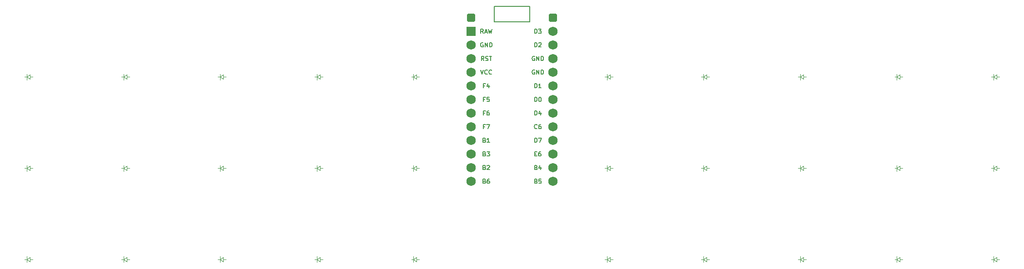
<source format=gbr>
%TF.GenerationSoftware,KiCad,Pcbnew,(6.0.4)*%
%TF.CreationDate,2022-07-31T16:16:28-04:00*%
%TF.ProjectId,satpad,73617470-6164-42e6-9b69-6361645f7063,v1.0.0*%
%TF.SameCoordinates,Original*%
%TF.FileFunction,Legend,Top*%
%TF.FilePolarity,Positive*%
%FSLAX46Y46*%
G04 Gerber Fmt 4.6, Leading zero omitted, Abs format (unit mm)*
G04 Created by KiCad (PCBNEW (6.0.4)) date 2022-07-31 16:16:28*
%MOMM*%
%LPD*%
G01*
G04 APERTURE LIST*
G04 Aperture macros list*
%AMRoundRect*
0 Rectangle with rounded corners*
0 $1 Rounding radius*
0 $2 $3 $4 $5 $6 $7 $8 $9 X,Y pos of 4 corners*
0 Add a 4 corners polygon primitive as box body*
4,1,4,$2,$3,$4,$5,$6,$7,$8,$9,$2,$3,0*
0 Add four circle primitives for the rounded corners*
1,1,$1+$1,$2,$3*
1,1,$1+$1,$4,$5*
1,1,$1+$1,$6,$7*
1,1,$1+$1,$8,$9*
0 Add four rect primitives between the rounded corners*
20,1,$1+$1,$2,$3,$4,$5,0*
20,1,$1+$1,$4,$5,$6,$7,0*
20,1,$1+$1,$6,$7,$8,$9,0*
20,1,$1+$1,$8,$9,$2,$3,0*%
G04 Aperture macros list end*
%ADD10C,0.150000*%
%ADD11C,0.100000*%
%ADD12R,1.752600X1.752600*%
%ADD13C,1.752600*%
%ADD14RoundRect,0.400000X-0.400000X-0.400000X0.400000X-0.400000X0.400000X0.400000X-0.400000X0.400000X0*%
G04 APERTURE END LIST*
D10*
%TO.C,*%
%TO.C,MCU1*%
X84647619Y37608095D02*
X84380952Y37989047D01*
X84190476Y37608095D02*
X84190476Y38408095D01*
X84495238Y38408095D01*
X84571428Y38370000D01*
X84609523Y38331904D01*
X84647619Y38255714D01*
X84647619Y38141428D01*
X84609523Y38065238D01*
X84571428Y38027142D01*
X84495238Y37989047D01*
X84190476Y37989047D01*
X84952380Y37836666D02*
X85333333Y37836666D01*
X84876190Y37608095D02*
X85142857Y38408095D01*
X85409523Y37608095D01*
X85600000Y38408095D02*
X85790476Y37608095D01*
X85942857Y38179523D01*
X86095238Y37608095D01*
X86285714Y38408095D01*
X84590476Y35830000D02*
X84514285Y35868095D01*
X84400000Y35868095D01*
X84285714Y35830000D01*
X84209523Y35753809D01*
X84171428Y35677619D01*
X84133333Y35525238D01*
X84133333Y35410952D01*
X84171428Y35258571D01*
X84209523Y35182380D01*
X84285714Y35106190D01*
X84400000Y35068095D01*
X84476190Y35068095D01*
X84590476Y35106190D01*
X84628571Y35144285D01*
X84628571Y35410952D01*
X84476190Y35410952D01*
X84971428Y35068095D02*
X84971428Y35868095D01*
X85428571Y35068095D01*
X85428571Y35868095D01*
X85809523Y35068095D02*
X85809523Y35868095D01*
X86000000Y35868095D01*
X86114285Y35830000D01*
X86190476Y35753809D01*
X86228571Y35677619D01*
X86266666Y35525238D01*
X86266666Y35410952D01*
X86228571Y35258571D01*
X86190476Y35182380D01*
X86114285Y35106190D01*
X86000000Y35068095D01*
X85809523Y35068095D01*
X84761904Y32528095D02*
X84495238Y32909047D01*
X84304761Y32528095D02*
X84304761Y33328095D01*
X84609523Y33328095D01*
X84685714Y33290000D01*
X84723809Y33251904D01*
X84761904Y33175714D01*
X84761904Y33061428D01*
X84723809Y32985238D01*
X84685714Y32947142D01*
X84609523Y32909047D01*
X84304761Y32909047D01*
X85066666Y32566190D02*
X85180952Y32528095D01*
X85371428Y32528095D01*
X85447619Y32566190D01*
X85485714Y32604285D01*
X85523809Y32680476D01*
X85523809Y32756666D01*
X85485714Y32832857D01*
X85447619Y32870952D01*
X85371428Y32909047D01*
X85219047Y32947142D01*
X85142857Y32985238D01*
X85104761Y33023333D01*
X85066666Y33099523D01*
X85066666Y33175714D01*
X85104761Y33251904D01*
X85142857Y33290000D01*
X85219047Y33328095D01*
X85409523Y33328095D01*
X85523809Y33290000D01*
X85752380Y33328095D02*
X86209523Y33328095D01*
X85980952Y32528095D02*
X85980952Y33328095D01*
X84133333Y30788095D02*
X84400000Y29988095D01*
X84666666Y30788095D01*
X85390476Y30064285D02*
X85352380Y30026190D01*
X85238095Y29988095D01*
X85161904Y29988095D01*
X85047619Y30026190D01*
X84971428Y30102380D01*
X84933333Y30178571D01*
X84895238Y30330952D01*
X84895238Y30445238D01*
X84933333Y30597619D01*
X84971428Y30673809D01*
X85047619Y30750000D01*
X85161904Y30788095D01*
X85238095Y30788095D01*
X85352380Y30750000D01*
X85390476Y30711904D01*
X86190476Y30064285D02*
X86152380Y30026190D01*
X86038095Y29988095D01*
X85961904Y29988095D01*
X85847619Y30026190D01*
X85771428Y30102380D01*
X85733333Y30178571D01*
X85695238Y30330952D01*
X85695238Y30445238D01*
X85733333Y30597619D01*
X85771428Y30673809D01*
X85847619Y30750000D01*
X85961904Y30788095D01*
X86038095Y30788095D01*
X86152380Y30750000D01*
X86190476Y30711904D01*
X84933333Y27867142D02*
X84666666Y27867142D01*
X84666666Y27448095D02*
X84666666Y28248095D01*
X85047619Y28248095D01*
X85695238Y27981428D02*
X85695238Y27448095D01*
X85504761Y28286190D02*
X85314285Y27714761D01*
X85809523Y27714761D01*
X84933333Y25327142D02*
X84666666Y25327142D01*
X84666666Y24908095D02*
X84666666Y25708095D01*
X85047619Y25708095D01*
X85733333Y25708095D02*
X85352380Y25708095D01*
X85314285Y25327142D01*
X85352380Y25365238D01*
X85428571Y25403333D01*
X85619047Y25403333D01*
X85695238Y25365238D01*
X85733333Y25327142D01*
X85771428Y25250952D01*
X85771428Y25060476D01*
X85733333Y24984285D01*
X85695238Y24946190D01*
X85619047Y24908095D01*
X85428571Y24908095D01*
X85352380Y24946190D01*
X85314285Y24984285D01*
X84933333Y22787142D02*
X84666666Y22787142D01*
X84666666Y22368095D02*
X84666666Y23168095D01*
X85047619Y23168095D01*
X85695238Y23168095D02*
X85542857Y23168095D01*
X85466666Y23130000D01*
X85428571Y23091904D01*
X85352380Y22977619D01*
X85314285Y22825238D01*
X85314285Y22520476D01*
X85352380Y22444285D01*
X85390476Y22406190D01*
X85466666Y22368095D01*
X85619047Y22368095D01*
X85695238Y22406190D01*
X85733333Y22444285D01*
X85771428Y22520476D01*
X85771428Y22710952D01*
X85733333Y22787142D01*
X85695238Y22825238D01*
X85619047Y22863333D01*
X85466666Y22863333D01*
X85390476Y22825238D01*
X85352380Y22787142D01*
X85314285Y22710952D01*
X84933333Y20247142D02*
X84666666Y20247142D01*
X84666666Y19828095D02*
X84666666Y20628095D01*
X85047619Y20628095D01*
X85276190Y20628095D02*
X85809523Y20628095D01*
X85466666Y19828095D01*
X84876190Y17707142D02*
X84990476Y17669047D01*
X85028571Y17630952D01*
X85066666Y17554761D01*
X85066666Y17440476D01*
X85028571Y17364285D01*
X84990476Y17326190D01*
X84914285Y17288095D01*
X84609523Y17288095D01*
X84609523Y18088095D01*
X84876190Y18088095D01*
X84952380Y18050000D01*
X84990476Y18011904D01*
X85028571Y17935714D01*
X85028571Y17859523D01*
X84990476Y17783333D01*
X84952380Y17745238D01*
X84876190Y17707142D01*
X84609523Y17707142D01*
X85828571Y17288095D02*
X85371428Y17288095D01*
X85600000Y17288095D02*
X85600000Y18088095D01*
X85523809Y17973809D01*
X85447619Y17897619D01*
X85371428Y17859523D01*
X84876190Y15167142D02*
X84990476Y15129047D01*
X85028571Y15090952D01*
X85066666Y15014761D01*
X85066666Y14900476D01*
X85028571Y14824285D01*
X84990476Y14786190D01*
X84914285Y14748095D01*
X84609523Y14748095D01*
X84609523Y15548095D01*
X84876190Y15548095D01*
X84952380Y15510000D01*
X84990476Y15471904D01*
X85028571Y15395714D01*
X85028571Y15319523D01*
X84990476Y15243333D01*
X84952380Y15205238D01*
X84876190Y15167142D01*
X84609523Y15167142D01*
X85333333Y15548095D02*
X85828571Y15548095D01*
X85561904Y15243333D01*
X85676190Y15243333D01*
X85752380Y15205238D01*
X85790476Y15167142D01*
X85828571Y15090952D01*
X85828571Y14900476D01*
X85790476Y14824285D01*
X85752380Y14786190D01*
X85676190Y14748095D01*
X85447619Y14748095D01*
X85371428Y14786190D01*
X85333333Y14824285D01*
X84876190Y12627142D02*
X84990476Y12589047D01*
X85028571Y12550952D01*
X85066666Y12474761D01*
X85066666Y12360476D01*
X85028571Y12284285D01*
X84990476Y12246190D01*
X84914285Y12208095D01*
X84609523Y12208095D01*
X84609523Y13008095D01*
X84876190Y13008095D01*
X84952380Y12970000D01*
X84990476Y12931904D01*
X85028571Y12855714D01*
X85028571Y12779523D01*
X84990476Y12703333D01*
X84952380Y12665238D01*
X84876190Y12627142D01*
X84609523Y12627142D01*
X85371428Y12931904D02*
X85409523Y12970000D01*
X85485714Y13008095D01*
X85676190Y13008095D01*
X85752380Y12970000D01*
X85790476Y12931904D01*
X85828571Y12855714D01*
X85828571Y12779523D01*
X85790476Y12665238D01*
X85333333Y12208095D01*
X85828571Y12208095D01*
X84876190Y10087142D02*
X84990476Y10049047D01*
X85028571Y10010952D01*
X85066666Y9934761D01*
X85066666Y9820476D01*
X85028571Y9744285D01*
X84990476Y9706190D01*
X84914285Y9668095D01*
X84609523Y9668095D01*
X84609523Y10468095D01*
X84876190Y10468095D01*
X84952380Y10430000D01*
X84990476Y10391904D01*
X85028571Y10315714D01*
X85028571Y10239523D01*
X84990476Y10163333D01*
X84952380Y10125238D01*
X84876190Y10087142D01*
X84609523Y10087142D01*
X85752380Y10468095D02*
X85600000Y10468095D01*
X85523809Y10430000D01*
X85485714Y10391904D01*
X85409523Y10277619D01*
X85371428Y10125238D01*
X85371428Y9820476D01*
X85409523Y9744285D01*
X85447619Y9706190D01*
X85523809Y9668095D01*
X85676190Y9668095D01*
X85752380Y9706190D01*
X85790476Y9744285D01*
X85828571Y9820476D01*
X85828571Y10010952D01*
X85790476Y10087142D01*
X85752380Y10125238D01*
X85676190Y10163333D01*
X85523809Y10163333D01*
X85447619Y10125238D01*
X85409523Y10087142D01*
X85371428Y10010952D01*
X94209523Y37608095D02*
X94209523Y38408095D01*
X94400000Y38408095D01*
X94514285Y38370000D01*
X94590476Y38293809D01*
X94628571Y38217619D01*
X94666666Y38065238D01*
X94666666Y37950952D01*
X94628571Y37798571D01*
X94590476Y37722380D01*
X94514285Y37646190D01*
X94400000Y37608095D01*
X94209523Y37608095D01*
X94933333Y38408095D02*
X95428571Y38408095D01*
X95161904Y38103333D01*
X95276190Y38103333D01*
X95352380Y38065238D01*
X95390476Y38027142D01*
X95428571Y37950952D01*
X95428571Y37760476D01*
X95390476Y37684285D01*
X95352380Y37646190D01*
X95276190Y37608095D01*
X95047619Y37608095D01*
X94971428Y37646190D01*
X94933333Y37684285D01*
X94209523Y35068095D02*
X94209523Y35868095D01*
X94400000Y35868095D01*
X94514285Y35830000D01*
X94590476Y35753809D01*
X94628571Y35677619D01*
X94666666Y35525238D01*
X94666666Y35410952D01*
X94628571Y35258571D01*
X94590476Y35182380D01*
X94514285Y35106190D01*
X94400000Y35068095D01*
X94209523Y35068095D01*
X94971428Y35791904D02*
X95009523Y35830000D01*
X95085714Y35868095D01*
X95276190Y35868095D01*
X95352380Y35830000D01*
X95390476Y35791904D01*
X95428571Y35715714D01*
X95428571Y35639523D01*
X95390476Y35525238D01*
X94933333Y35068095D01*
X95428571Y35068095D01*
X94190476Y33290000D02*
X94114285Y33328095D01*
X94000000Y33328095D01*
X93885714Y33290000D01*
X93809523Y33213809D01*
X93771428Y33137619D01*
X93733333Y32985238D01*
X93733333Y32870952D01*
X93771428Y32718571D01*
X93809523Y32642380D01*
X93885714Y32566190D01*
X94000000Y32528095D01*
X94076190Y32528095D01*
X94190476Y32566190D01*
X94228571Y32604285D01*
X94228571Y32870952D01*
X94076190Y32870952D01*
X94571428Y32528095D02*
X94571428Y33328095D01*
X95028571Y32528095D01*
X95028571Y33328095D01*
X95409523Y32528095D02*
X95409523Y33328095D01*
X95600000Y33328095D01*
X95714285Y33290000D01*
X95790476Y33213809D01*
X95828571Y33137619D01*
X95866666Y32985238D01*
X95866666Y32870952D01*
X95828571Y32718571D01*
X95790476Y32642380D01*
X95714285Y32566190D01*
X95600000Y32528095D01*
X95409523Y32528095D01*
X94190476Y30750000D02*
X94114285Y30788095D01*
X94000000Y30788095D01*
X93885714Y30750000D01*
X93809523Y30673809D01*
X93771428Y30597619D01*
X93733333Y30445238D01*
X93733333Y30330952D01*
X93771428Y30178571D01*
X93809523Y30102380D01*
X93885714Y30026190D01*
X94000000Y29988095D01*
X94076190Y29988095D01*
X94190476Y30026190D01*
X94228571Y30064285D01*
X94228571Y30330952D01*
X94076190Y30330952D01*
X94571428Y29988095D02*
X94571428Y30788095D01*
X95028571Y29988095D01*
X95028571Y30788095D01*
X95409523Y29988095D02*
X95409523Y30788095D01*
X95600000Y30788095D01*
X95714285Y30750000D01*
X95790476Y30673809D01*
X95828571Y30597619D01*
X95866666Y30445238D01*
X95866666Y30330952D01*
X95828571Y30178571D01*
X95790476Y30102380D01*
X95714285Y30026190D01*
X95600000Y29988095D01*
X95409523Y29988095D01*
X94209523Y27448095D02*
X94209523Y28248095D01*
X94400000Y28248095D01*
X94514285Y28210000D01*
X94590476Y28133809D01*
X94628571Y28057619D01*
X94666666Y27905238D01*
X94666666Y27790952D01*
X94628571Y27638571D01*
X94590476Y27562380D01*
X94514285Y27486190D01*
X94400000Y27448095D01*
X94209523Y27448095D01*
X95428571Y27448095D02*
X94971428Y27448095D01*
X95200000Y27448095D02*
X95200000Y28248095D01*
X95123809Y28133809D01*
X95047619Y28057619D01*
X94971428Y28019523D01*
X94209523Y24908095D02*
X94209523Y25708095D01*
X94400000Y25708095D01*
X94514285Y25670000D01*
X94590476Y25593809D01*
X94628571Y25517619D01*
X94666666Y25365238D01*
X94666666Y25250952D01*
X94628571Y25098571D01*
X94590476Y25022380D01*
X94514285Y24946190D01*
X94400000Y24908095D01*
X94209523Y24908095D01*
X95161904Y25708095D02*
X95238095Y25708095D01*
X95314285Y25670000D01*
X95352380Y25631904D01*
X95390476Y25555714D01*
X95428571Y25403333D01*
X95428571Y25212857D01*
X95390476Y25060476D01*
X95352380Y24984285D01*
X95314285Y24946190D01*
X95238095Y24908095D01*
X95161904Y24908095D01*
X95085714Y24946190D01*
X95047619Y24984285D01*
X95009523Y25060476D01*
X94971428Y25212857D01*
X94971428Y25403333D01*
X95009523Y25555714D01*
X95047619Y25631904D01*
X95085714Y25670000D01*
X95161904Y25708095D01*
X94209523Y22368095D02*
X94209523Y23168095D01*
X94400000Y23168095D01*
X94514285Y23130000D01*
X94590476Y23053809D01*
X94628571Y22977619D01*
X94666666Y22825238D01*
X94666666Y22710952D01*
X94628571Y22558571D01*
X94590476Y22482380D01*
X94514285Y22406190D01*
X94400000Y22368095D01*
X94209523Y22368095D01*
X95352380Y22901428D02*
X95352380Y22368095D01*
X95161904Y23206190D02*
X94971428Y22634761D01*
X95466666Y22634761D01*
X94666666Y19904285D02*
X94628571Y19866190D01*
X94514285Y19828095D01*
X94438095Y19828095D01*
X94323809Y19866190D01*
X94247619Y19942380D01*
X94209523Y20018571D01*
X94171428Y20170952D01*
X94171428Y20285238D01*
X94209523Y20437619D01*
X94247619Y20513809D01*
X94323809Y20590000D01*
X94438095Y20628095D01*
X94514285Y20628095D01*
X94628571Y20590000D01*
X94666666Y20551904D01*
X95352380Y20628095D02*
X95200000Y20628095D01*
X95123809Y20590000D01*
X95085714Y20551904D01*
X95009523Y20437619D01*
X94971428Y20285238D01*
X94971428Y19980476D01*
X95009523Y19904285D01*
X95047619Y19866190D01*
X95123809Y19828095D01*
X95276190Y19828095D01*
X95352380Y19866190D01*
X95390476Y19904285D01*
X95428571Y19980476D01*
X95428571Y20170952D01*
X95390476Y20247142D01*
X95352380Y20285238D01*
X95276190Y20323333D01*
X95123809Y20323333D01*
X95047619Y20285238D01*
X95009523Y20247142D01*
X94971428Y20170952D01*
X94209523Y17288095D02*
X94209523Y18088095D01*
X94400000Y18088095D01*
X94514285Y18050000D01*
X94590476Y17973809D01*
X94628571Y17897619D01*
X94666666Y17745238D01*
X94666666Y17630952D01*
X94628571Y17478571D01*
X94590476Y17402380D01*
X94514285Y17326190D01*
X94400000Y17288095D01*
X94209523Y17288095D01*
X94933333Y18088095D02*
X95466666Y18088095D01*
X95123809Y17288095D01*
X94247619Y15167142D02*
X94514285Y15167142D01*
X94628571Y14748095D02*
X94247619Y14748095D01*
X94247619Y15548095D01*
X94628571Y15548095D01*
X95314285Y15548095D02*
X95161904Y15548095D01*
X95085714Y15510000D01*
X95047619Y15471904D01*
X94971428Y15357619D01*
X94933333Y15205238D01*
X94933333Y14900476D01*
X94971428Y14824285D01*
X95009523Y14786190D01*
X95085714Y14748095D01*
X95238095Y14748095D01*
X95314285Y14786190D01*
X95352380Y14824285D01*
X95390476Y14900476D01*
X95390476Y15090952D01*
X95352380Y15167142D01*
X95314285Y15205238D01*
X95238095Y15243333D01*
X95085714Y15243333D01*
X95009523Y15205238D01*
X94971428Y15167142D01*
X94933333Y15090952D01*
X94476190Y12627142D02*
X94590476Y12589047D01*
X94628571Y12550952D01*
X94666666Y12474761D01*
X94666666Y12360476D01*
X94628571Y12284285D01*
X94590476Y12246190D01*
X94514285Y12208095D01*
X94209523Y12208095D01*
X94209523Y13008095D01*
X94476190Y13008095D01*
X94552380Y12970000D01*
X94590476Y12931904D01*
X94628571Y12855714D01*
X94628571Y12779523D01*
X94590476Y12703333D01*
X94552380Y12665238D01*
X94476190Y12627142D01*
X94209523Y12627142D01*
X95352380Y12741428D02*
X95352380Y12208095D01*
X95161904Y13046190D02*
X94971428Y12474761D01*
X95466666Y12474761D01*
X94476190Y10087142D02*
X94590476Y10049047D01*
X94628571Y10010952D01*
X94666666Y9934761D01*
X94666666Y9820476D01*
X94628571Y9744285D01*
X94590476Y9706190D01*
X94514285Y9668095D01*
X94209523Y9668095D01*
X94209523Y10468095D01*
X94476190Y10468095D01*
X94552380Y10430000D01*
X94590476Y10391904D01*
X94628571Y10315714D01*
X94628571Y10239523D01*
X94590476Y10163333D01*
X94552380Y10125238D01*
X94476190Y10087142D01*
X94209523Y10087142D01*
X95390476Y10468095D02*
X95009523Y10468095D01*
X94971428Y10087142D01*
X95009523Y10125238D01*
X95085714Y10163333D01*
X95276190Y10163333D01*
X95352380Y10125238D01*
X95390476Y10087142D01*
X95428571Y10010952D01*
X95428571Y9820476D01*
X95390476Y9744285D01*
X95352380Y9706190D01*
X95276190Y9668095D01*
X95085714Y9668095D01*
X95009523Y9706190D01*
X94971428Y9744285D01*
%TO.C,*%
D11*
%TO.C,D1*%
X250000Y-4500000D02*
X750000Y-4500000D01*
X250000Y-4900000D02*
X-350000Y-4500000D01*
X250000Y-4100000D02*
X250000Y-4900000D01*
X-350000Y-4500000D02*
X250000Y-4100000D01*
X-350000Y-4500000D02*
X-350000Y-5050000D01*
X-350000Y-4500000D02*
X-350000Y-3950000D01*
X-750000Y-4500000D02*
X-350000Y-4500000D01*
%TO.C,D2*%
X250000Y12500000D02*
X750000Y12500000D01*
X250000Y12100000D02*
X-350000Y12500000D01*
X250000Y12900000D02*
X250000Y12100000D01*
X-350000Y12500000D02*
X250000Y12900000D01*
X-350000Y12500000D02*
X-350000Y11950000D01*
X-350000Y12500000D02*
X-350000Y13050000D01*
X-750000Y12500000D02*
X-350000Y12500000D01*
%TO.C,D3*%
X250000Y29500000D02*
X750000Y29500000D01*
X250000Y29100000D02*
X-350000Y29500000D01*
X250000Y29900000D02*
X250000Y29100000D01*
X-350000Y29500000D02*
X250000Y29900000D01*
X-350000Y29500000D02*
X-350000Y28950000D01*
X-350000Y29500000D02*
X-350000Y30050000D01*
X-750000Y29500000D02*
X-350000Y29500000D01*
%TO.C,D4*%
X18250000Y-4500000D02*
X18750000Y-4500000D01*
X18250000Y-4900000D02*
X17650000Y-4500000D01*
X18250000Y-4100000D02*
X18250000Y-4900000D01*
X17650000Y-4500000D02*
X18250000Y-4100000D01*
X17650000Y-4500000D02*
X17650000Y-5050000D01*
X17650000Y-4500000D02*
X17650000Y-3950000D01*
X17250000Y-4500000D02*
X17650000Y-4500000D01*
%TO.C,D5*%
X18250000Y12500000D02*
X18750000Y12500000D01*
X18250000Y12100000D02*
X17650000Y12500000D01*
X18250000Y12900000D02*
X18250000Y12100000D01*
X17650000Y12500000D02*
X18250000Y12900000D01*
X17650000Y12500000D02*
X17650000Y11950000D01*
X17650000Y12500000D02*
X17650000Y13050000D01*
X17250000Y12500000D02*
X17650000Y12500000D01*
%TO.C,D6*%
X18250000Y29500000D02*
X18750000Y29500000D01*
X18250000Y29100000D02*
X17650000Y29500000D01*
X18250000Y29900000D02*
X18250000Y29100000D01*
X17650000Y29500000D02*
X18250000Y29900000D01*
X17650000Y29500000D02*
X17650000Y28950000D01*
X17650000Y29500000D02*
X17650000Y30050000D01*
X17250000Y29500000D02*
X17650000Y29500000D01*
%TO.C,D7*%
X36250000Y-4500000D02*
X36750000Y-4500000D01*
X36250000Y-4900000D02*
X35650000Y-4500000D01*
X36250000Y-4100000D02*
X36250000Y-4900000D01*
X35650000Y-4500000D02*
X36250000Y-4100000D01*
X35650000Y-4500000D02*
X35650000Y-5050000D01*
X35650000Y-4500000D02*
X35650000Y-3950000D01*
X35250000Y-4500000D02*
X35650000Y-4500000D01*
%TO.C,D8*%
X36250000Y12500000D02*
X36750000Y12500000D01*
X36250000Y12100000D02*
X35650000Y12500000D01*
X36250000Y12900000D02*
X36250000Y12100000D01*
X35650000Y12500000D02*
X36250000Y12900000D01*
X35650000Y12500000D02*
X35650000Y11950000D01*
X35650000Y12500000D02*
X35650000Y13050000D01*
X35250000Y12500000D02*
X35650000Y12500000D01*
%TO.C,D9*%
X36250000Y29500000D02*
X36750000Y29500000D01*
X36250000Y29100000D02*
X35650000Y29500000D01*
X36250000Y29900000D02*
X36250000Y29100000D01*
X35650000Y29500000D02*
X36250000Y29900000D01*
X35650000Y29500000D02*
X35650000Y28950000D01*
X35650000Y29500000D02*
X35650000Y30050000D01*
X35250000Y29500000D02*
X35650000Y29500000D01*
%TO.C,D10*%
X54250000Y-4500000D02*
X54750000Y-4500000D01*
X54250000Y-4900000D02*
X53650000Y-4500000D01*
X54250000Y-4100000D02*
X54250000Y-4900000D01*
X53650000Y-4500000D02*
X54250000Y-4100000D01*
X53650000Y-4500000D02*
X53650000Y-5050000D01*
X53650000Y-4500000D02*
X53650000Y-3950000D01*
X53250000Y-4500000D02*
X53650000Y-4500000D01*
%TO.C,D11*%
X54250000Y12500000D02*
X54750000Y12500000D01*
X54250000Y12100000D02*
X53650000Y12500000D01*
X54250000Y12900000D02*
X54250000Y12100000D01*
X53650000Y12500000D02*
X54250000Y12900000D01*
X53650000Y12500000D02*
X53650000Y11950000D01*
X53650000Y12500000D02*
X53650000Y13050000D01*
X53250000Y12500000D02*
X53650000Y12500000D01*
%TO.C,D12*%
X54250000Y29500000D02*
X54750000Y29500000D01*
X54250000Y29100000D02*
X53650000Y29500000D01*
X54250000Y29900000D02*
X54250000Y29100000D01*
X53650000Y29500000D02*
X54250000Y29900000D01*
X53650000Y29500000D02*
X53650000Y28950000D01*
X53650000Y29500000D02*
X53650000Y30050000D01*
X53250000Y29500000D02*
X53650000Y29500000D01*
%TO.C,D13*%
X72250000Y-4500000D02*
X72750000Y-4500000D01*
X72250000Y-4900000D02*
X71650000Y-4500000D01*
X72250000Y-4100000D02*
X72250000Y-4900000D01*
X71650000Y-4500000D02*
X72250000Y-4100000D01*
X71650000Y-4500000D02*
X71650000Y-5050000D01*
X71650000Y-4500000D02*
X71650000Y-3950000D01*
X71250000Y-4500000D02*
X71650000Y-4500000D01*
%TO.C,D14*%
X72250000Y12500000D02*
X72750000Y12500000D01*
X72250000Y12100000D02*
X71650000Y12500000D01*
X72250000Y12900000D02*
X72250000Y12100000D01*
X71650000Y12500000D02*
X72250000Y12900000D01*
X71650000Y12500000D02*
X71650000Y11950000D01*
X71650000Y12500000D02*
X71650000Y13050000D01*
X71250000Y12500000D02*
X71650000Y12500000D01*
%TO.C,D15*%
X72250000Y29500000D02*
X72750000Y29500000D01*
X72250000Y29100000D02*
X71650000Y29500000D01*
X72250000Y29900000D02*
X72250000Y29100000D01*
X71650000Y29500000D02*
X72250000Y29900000D01*
X71650000Y29500000D02*
X71650000Y28950000D01*
X71650000Y29500000D02*
X71650000Y30050000D01*
X71250000Y29500000D02*
X71650000Y29500000D01*
%TO.C,D16*%
X180250000Y-4500000D02*
X180750000Y-4500000D01*
X180250000Y-4900000D02*
X179650000Y-4500000D01*
X180250000Y-4100000D02*
X180250000Y-4900000D01*
X179650000Y-4500000D02*
X180250000Y-4100000D01*
X179650000Y-4500000D02*
X179650000Y-5050000D01*
X179650000Y-4500000D02*
X179650000Y-3950000D01*
X179250000Y-4500000D02*
X179650000Y-4500000D01*
%TO.C,D17*%
X180250000Y12500000D02*
X180750000Y12500000D01*
X180250000Y12100000D02*
X179650000Y12500000D01*
X180250000Y12900000D02*
X180250000Y12100000D01*
X179650000Y12500000D02*
X180250000Y12900000D01*
X179650000Y12500000D02*
X179650000Y11950000D01*
X179650000Y12500000D02*
X179650000Y13050000D01*
X179250000Y12500000D02*
X179650000Y12500000D01*
%TO.C,D18*%
X180250000Y29500000D02*
X180750000Y29500000D01*
X180250000Y29100000D02*
X179650000Y29500000D01*
X180250000Y29900000D02*
X180250000Y29100000D01*
X179650000Y29500000D02*
X180250000Y29900000D01*
X179650000Y29500000D02*
X179650000Y28950000D01*
X179650000Y29500000D02*
X179650000Y30050000D01*
X179250000Y29500000D02*
X179650000Y29500000D01*
%TO.C,D19*%
X162250000Y-4500000D02*
X162750000Y-4500000D01*
X162250000Y-4900000D02*
X161650000Y-4500000D01*
X162250000Y-4100000D02*
X162250000Y-4900000D01*
X161650000Y-4500000D02*
X162250000Y-4100000D01*
X161650000Y-4500000D02*
X161650000Y-5050000D01*
X161650000Y-4500000D02*
X161650000Y-3950000D01*
X161250000Y-4500000D02*
X161650000Y-4500000D01*
%TO.C,D20*%
X162250000Y12500000D02*
X162750000Y12500000D01*
X162250000Y12100000D02*
X161650000Y12500000D01*
X162250000Y12900000D02*
X162250000Y12100000D01*
X161650000Y12500000D02*
X162250000Y12900000D01*
X161650000Y12500000D02*
X161650000Y11950000D01*
X161650000Y12500000D02*
X161650000Y13050000D01*
X161250000Y12500000D02*
X161650000Y12500000D01*
%TO.C,D21*%
X162250000Y29500000D02*
X162750000Y29500000D01*
X162250000Y29100000D02*
X161650000Y29500000D01*
X162250000Y29900000D02*
X162250000Y29100000D01*
X161650000Y29500000D02*
X162250000Y29900000D01*
X161650000Y29500000D02*
X161650000Y28950000D01*
X161650000Y29500000D02*
X161650000Y30050000D01*
X161250000Y29500000D02*
X161650000Y29500000D01*
%TO.C,D22*%
X144250000Y-4500000D02*
X144750000Y-4500000D01*
X144250000Y-4900000D02*
X143650000Y-4500000D01*
X144250000Y-4100000D02*
X144250000Y-4900000D01*
X143650000Y-4500000D02*
X144250000Y-4100000D01*
X143650000Y-4500000D02*
X143650000Y-5050000D01*
X143650000Y-4500000D02*
X143650000Y-3950000D01*
X143250000Y-4500000D02*
X143650000Y-4500000D01*
%TO.C,D23*%
X144250000Y12500000D02*
X144750000Y12500000D01*
X144250000Y12100000D02*
X143650000Y12500000D01*
X144250000Y12900000D02*
X144250000Y12100000D01*
X143650000Y12500000D02*
X144250000Y12900000D01*
X143650000Y12500000D02*
X143650000Y11950000D01*
X143650000Y12500000D02*
X143650000Y13050000D01*
X143250000Y12500000D02*
X143650000Y12500000D01*
%TO.C,D24*%
X144250000Y29500000D02*
X144750000Y29500000D01*
X144250000Y29100000D02*
X143650000Y29500000D01*
X144250000Y29900000D02*
X144250000Y29100000D01*
X143650000Y29500000D02*
X144250000Y29900000D01*
X143650000Y29500000D02*
X143650000Y28950000D01*
X143650000Y29500000D02*
X143650000Y30050000D01*
X143250000Y29500000D02*
X143650000Y29500000D01*
%TO.C,D25*%
X126250000Y-4500000D02*
X126750000Y-4500000D01*
X126250000Y-4900000D02*
X125650000Y-4500000D01*
X126250000Y-4100000D02*
X126250000Y-4900000D01*
X125650000Y-4500000D02*
X126250000Y-4100000D01*
X125650000Y-4500000D02*
X125650000Y-5050000D01*
X125650000Y-4500000D02*
X125650000Y-3950000D01*
X125250000Y-4500000D02*
X125650000Y-4500000D01*
%TO.C,D26*%
X126250000Y12500000D02*
X126750000Y12500000D01*
X126250000Y12100000D02*
X125650000Y12500000D01*
X126250000Y12900000D02*
X126250000Y12100000D01*
X125650000Y12500000D02*
X126250000Y12900000D01*
X125650000Y12500000D02*
X125650000Y11950000D01*
X125650000Y12500000D02*
X125650000Y13050000D01*
X125250000Y12500000D02*
X125650000Y12500000D01*
%TO.C,D27*%
X126250000Y29500000D02*
X126750000Y29500000D01*
X126250000Y29100000D02*
X125650000Y29500000D01*
X126250000Y29900000D02*
X126250000Y29100000D01*
X125650000Y29500000D02*
X126250000Y29900000D01*
X125650000Y29500000D02*
X125650000Y28950000D01*
X125650000Y29500000D02*
X125650000Y30050000D01*
X125250000Y29500000D02*
X125650000Y29500000D01*
%TO.C,D28*%
X108250000Y-4500000D02*
X108750000Y-4500000D01*
X108250000Y-4900000D02*
X107650000Y-4500000D01*
X108250000Y-4100000D02*
X108250000Y-4900000D01*
X107650000Y-4500000D02*
X108250000Y-4100000D01*
X107650000Y-4500000D02*
X107650000Y-5050000D01*
X107650000Y-4500000D02*
X107650000Y-3950000D01*
X107250000Y-4500000D02*
X107650000Y-4500000D01*
%TO.C,D29*%
X108250000Y12500000D02*
X108750000Y12500000D01*
X108250000Y12100000D02*
X107650000Y12500000D01*
X108250000Y12900000D02*
X108250000Y12100000D01*
X107650000Y12500000D02*
X108250000Y12900000D01*
X107650000Y12500000D02*
X107650000Y11950000D01*
X107650000Y12500000D02*
X107650000Y13050000D01*
X107250000Y12500000D02*
X107650000Y12500000D01*
%TO.C,D30*%
X108250000Y29500000D02*
X108750000Y29500000D01*
X108250000Y29100000D02*
X107650000Y29500000D01*
X108250000Y29900000D02*
X108250000Y29100000D01*
X107650000Y29500000D02*
X108250000Y29900000D01*
X107650000Y29500000D02*
X107650000Y28950000D01*
X107650000Y29500000D02*
X107650000Y30050000D01*
X107250000Y29500000D02*
X107650000Y29500000D01*
D10*
%TO.C,T1*%
X91950000Y42600000D02*
X88050000Y42600000D01*
X90000000Y42600000D02*
X86700000Y42600000D01*
X86700000Y42600000D02*
X86700000Y39750000D01*
X86700000Y39750000D02*
X93300000Y39750000D01*
X93300000Y39750000D02*
X93300000Y42600000D01*
X90000000Y42600000D02*
X93300000Y42600000D01*
%TD*%
D12*
%TO.C,MCU1*%
X82380000Y37970000D03*
D13*
X82380000Y35430000D03*
X82380000Y32890000D03*
X82380000Y30350000D03*
X82380000Y27810000D03*
X82380000Y25270000D03*
X82380000Y22730000D03*
X82380000Y20190000D03*
X82380000Y17650000D03*
X82380000Y15110000D03*
X82380000Y12570000D03*
X82380000Y10030000D03*
X97620000Y37970000D03*
X97620000Y35430000D03*
X97620000Y32890000D03*
X97620000Y30350000D03*
X97620000Y27810000D03*
X97620000Y25270000D03*
X97620000Y22730000D03*
X97620000Y20190000D03*
X97620000Y17650000D03*
X97620000Y15110000D03*
X97620000Y12570000D03*
X97620000Y10030000D03*
D14*
X82380000Y40510000D03*
X97620000Y40510000D03*
%TD*%
M02*

</source>
